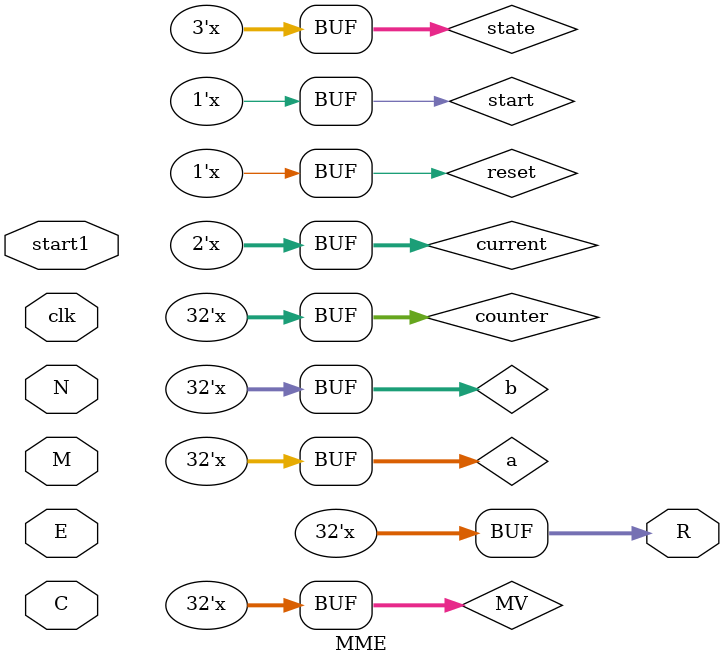
<source format=v>
`timescale 1ns / 1ps
module MME(R,M,E,N,C,clk,start1);

	parameter bits=31,k=5,n=5;
	parameter calc_mv=1,preasign=2,calc_r=3,evaluation=5,postasign=6,comp_MM=4,repeatState=7,dummy=0;
		
   input [bits:0]M;
	input [bits:0]E;
	input [bits:0]N;
	input [bits:0]C;
	input clk;
	reg [bits:0]MV;
	input start1;
	output reg [bits:0]R;
	reg [2:0] state;
   reg [bits:0] a;
	reg [bits:0] b;
	wire [2:0] stateO;
	
   reg start;    
	wire [bits:0] y;
	reg [1:0]current;
	integer counter;
	reg reset;
	
	MM mm1 (
		.y(y), 
		.a(a), 
		.b(b), 
		.N(N), 
		.stateO(stateO),.start(start),.clk(clk),.reset(reset)
	);
	
	
	always @ (start1)
	begin 
	   if(start1)
		begin
		    state=calc_mv;
			 counter = 1;
			 $display("started");			 
		end
	end
	  
	  
	  
   always@(state or clk)
	begin
		case(state)
        calc_mv : begin

						 // #15 $display("calc_mv %d",stateO);						
                   a=M;
                   b=C;                   
						 start=0;
						 start=1;
						 current = 0;
						 if(stateO==4)
						 begin
							state = comp_MM;
							reset = 0;
							reset = 1;
							#5 $display ("completed calc_mv with output: %d %d",y,stateO);
						 end
						
						end 
						
						
			comp_MM: begin			
							
							if(current==0)
								begin
									MV = y;
									state = preasign;
									$display ("in comp_mm going to preassign");
								end
							else if (current==1)
								begin
										$display("current==1 and E[k-i-2] %d",E[k-counter-2]);
										R = y;
										if(E[k-counter-2]==1)
										begin									
											a=R;
											b=MV;								
											start=0;
											start=1;
											if(stateO==4)
											begin
												current = 2;
												reset = 0;
												reset = 1;
												$display ("completed MM: %d",y);
											end
										end
									else
									begin
										$display("Going to repeat state");
										state = repeatState;										
									end
								end								
								
							else if (current==2)
								begin
										state = repeatState;
								end
							else if (current==3)	
							begin
								 R=y;
								 $display("Completedf");
							end
						end
			preasign: 
						begin
							#15
							$display ("preassign state");
							R = MV;
							state = calc_r;
						end
			calc_r:
						begin
								#15 $display ("calc_r state");
								a=R;
								b=R;								
								start=0;
								start=1;
								current = 1;
								if(stateO==4)
								begin
									reset = 0;
									reset = 1;
									state = comp_MM;									
								end
						end
			repeatState:
						begin
						#15
							$display("repeatSTate %d",counter);
							counter = counter + 1;
							if (counter==k-1)
							begin
								state = postasign;
							end
							else
								state = calc_r;
							begin
							end
						end
			postasign :
			           begin
						  $display("postassign");
						  #15
						  a=R;
						  b=1;
						  current=3;
						  start = 0;
						  start = 1;
						  if(stateO==4)
						  begin
							$display("Completed");
							reset = 0;							
							reset = 1;
							state = dummy;
						  end
						  end
	endcase
	end

endmodule
</source>
